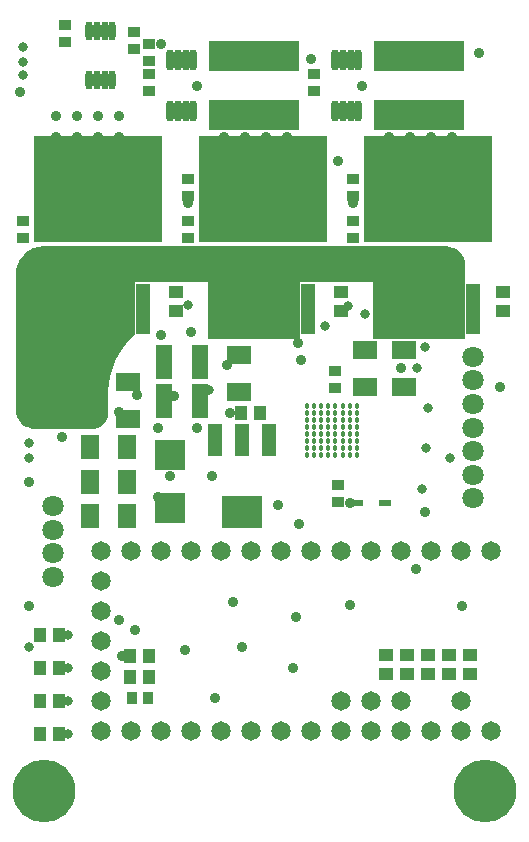
<source format=gbs>
G04 Layer_Color=16711935*
%FSAX24Y24*%
%MOIN*%
G70*
G01*
G75*
%ADD59R,0.0434X0.0356*%
%ADD60R,0.0474X0.0434*%
%ADD62R,0.0434X0.0474*%
%ADD71R,0.0453X0.1674*%
%ADD72R,0.4253X0.3545*%
%ADD75C,0.0650*%
%ADD76C,0.0710*%
%ADD77C,0.2090*%
%ADD78C,0.0360*%
%ADD79C,0.0320*%
%ADD80C,0.0180*%
%ADD81O,0.0257X0.0631*%
%ADD82R,0.0415X0.0237*%
%ADD83R,0.0356X0.0434*%
%ADD84R,0.0533X0.1143*%
%ADD85R,0.0828X0.0612*%
%ADD86R,0.1379X0.1064*%
%ADD87R,0.0474X0.1064*%
%ADD88R,0.0986X0.0986*%
%ADD89R,0.2986X0.1041*%
%ADD90O,0.0257X0.0710*%
%ADD91R,0.0612X0.0828*%
G36*
X052900Y033140D02*
X066300Y033140D01*
X066300Y033140D01*
X066329D01*
X066331Y033140D01*
X066333Y033140D01*
X066422Y033131D01*
X066423Y033131D01*
X066424Y033131D01*
X066425Y033131D01*
X066427Y033130D01*
X066428Y033130D01*
X066429Y033130D01*
X066542Y033095D01*
X066544Y033095D01*
X066545Y033095D01*
X066546Y033094D01*
X066547Y033094D01*
X066548Y033093D01*
X066550Y033092D01*
X066654Y033037D01*
X066655Y033036D01*
X066656Y033035D01*
X066657Y033035D01*
X066658Y033034D01*
X066659Y033033D01*
X066660Y033032D01*
X066752Y032957D01*
X066753Y032956D01*
X066754Y032956D01*
X066755Y032955D01*
X066756Y032954D01*
X066756Y032953D01*
X066757Y032952D01*
X066832Y032860D01*
X066833Y032859D01*
X066834Y032858D01*
X066835Y032857D01*
X066835Y032856D01*
X066836Y032855D01*
X066837Y032854D01*
X066892Y032750D01*
X066893Y032748D01*
X066894Y032747D01*
X066894Y032746D01*
X066895Y032745D01*
X066895Y032744D01*
X066895Y032742D01*
X066930Y032629D01*
X066930Y032628D01*
X066930Y032627D01*
X066931Y032625D01*
X066931Y032624D01*
X066931Y032623D01*
X066931Y032622D01*
X066940Y032533D01*
X066940Y032531D01*
X066940Y032529D01*
Y032500D01*
X066940Y030100D01*
X066940Y030095D01*
X066939Y030090D01*
X066937Y030085D01*
X066935Y030080D01*
X066932Y030076D01*
X066928Y030072D01*
X066924Y030068D01*
X066920Y030065D01*
X066915Y030063D01*
X066910Y030061D01*
X066905Y030060D01*
X066900Y030060D01*
X063900D01*
X063895Y030060D01*
X063890Y030061D01*
X063885Y030063D01*
X063880Y030065D01*
X063876Y030068D01*
X063872Y030072D01*
X063868Y030076D01*
X063865Y030080D01*
X063863Y030085D01*
X063861Y030090D01*
X063860Y030095D01*
X063860Y030100D01*
Y031960D01*
X061440D01*
Y030100D01*
X061440Y030095D01*
X061439Y030090D01*
X061437Y030085D01*
X061435Y030080D01*
X061432Y030076D01*
X061428Y030072D01*
X061424Y030068D01*
X061420Y030065D01*
X061415Y030063D01*
X061410Y030061D01*
X061405Y030060D01*
X061400Y030060D01*
X058400D01*
X058395Y030060D01*
X058390Y030061D01*
X058385Y030063D01*
X058380Y030065D01*
X058376Y030068D01*
X058372Y030072D01*
X058368Y030076D01*
X058365Y030080D01*
X058363Y030085D01*
X058361Y030090D01*
X058360Y030095D01*
X058360Y030100D01*
Y031960D01*
X055940D01*
X055940Y030229D01*
Y030229D01*
X055940Y030228D01*
X055940Y030227D01*
X055940Y030225D01*
X055940Y030224D01*
X055940Y030223D01*
X055939Y030222D01*
X055939Y030220D01*
X055939Y030218D01*
X055938Y030218D01*
X055938Y030217D01*
X055938Y030215D01*
X055937Y030213D01*
X055937Y030213D01*
X055936Y030212D01*
X055936Y030210D01*
X055935Y030209D01*
X055934Y030208D01*
X055934Y030207D01*
X055933Y030206D01*
X055932Y030204D01*
X055931Y030204D01*
X055931Y030203D01*
X055930Y030202D01*
X055928Y030200D01*
X055928Y030200D01*
X055927Y030199D01*
X055851Y030129D01*
X055642Y029898D01*
X055462Y029644D01*
X055311Y029371D01*
X055191Y029083D01*
X055105Y028784D01*
X055042Y028346D01*
X055040Y028200D01*
X055040Y027600D01*
X055040Y027600D01*
Y027567D01*
X055040Y027562D01*
X055027Y027464D01*
Y027464D01*
X055026Y027459D01*
X055024Y027454D01*
X054974Y027332D01*
X054971Y027328D01*
X054969Y027323D01*
X054888Y027219D01*
X054885Y027215D01*
X054881Y027212D01*
X054777Y027131D01*
X054775Y027131D01*
X054774Y027130D01*
X054773Y027129D01*
X054772Y027129D01*
X054771Y027128D01*
X054770Y027127D01*
X054769Y027127D01*
X054767Y027126D01*
X054766Y027126D01*
X054765Y027125D01*
X054579Y027062D01*
X054577Y027062D01*
X054576Y027061D01*
X054575Y027061D01*
X054574Y027061D01*
X054572Y027061D01*
X054571Y027060D01*
X054570Y027060D01*
X054568Y027060D01*
X054567D01*
X054566Y027060D01*
X054500Y027060D01*
D01*
X054500D01*
X052600D01*
X052600Y027060D01*
X052571Y027060D01*
X052569Y027060D01*
X052567Y027060D01*
X052478Y027069D01*
X052477Y027069D01*
X052476Y027069D01*
X052475Y027069D01*
X052473Y027070D01*
X052472Y027070D01*
X052471Y027070D01*
X052358Y027105D01*
X052356Y027105D01*
X052355Y027105D01*
X052354Y027106D01*
X052353Y027106D01*
X052352Y027107D01*
X052350Y027108D01*
X052246Y027163D01*
X052245Y027164D01*
X052244Y027165D01*
X052243Y027165D01*
X052242Y027166D01*
X052241Y027167D01*
X052240Y027168D01*
X052148Y027243D01*
X052147Y027244D01*
X052146Y027244D01*
X052145Y027245D01*
X052144Y027246D01*
X052144Y027247D01*
X052143Y027248D01*
X052068Y027340D01*
X052067Y027341D01*
X052066Y027342D01*
X052065Y027343D01*
X052065Y027344D01*
X052064Y027345D01*
X052063Y027346D01*
X052008Y027450D01*
X052007Y027452D01*
X052006Y027453D01*
X052006Y027454D01*
X052005Y027455D01*
X052005Y027456D01*
X052005Y027458D01*
X051970Y027571D01*
X051970Y027572D01*
X051970Y027573D01*
X051969Y027575D01*
X051969Y027576D01*
X051969Y027577D01*
X051969Y027578D01*
X051960Y027667D01*
X051960Y027669D01*
X051960Y027671D01*
X051960Y027700D01*
D01*
X051960Y032200D01*
X051960Y032244D01*
X051960Y032246D01*
X051960Y032248D01*
X051973Y032380D01*
X051973Y032382D01*
X051973Y032383D01*
X051974Y032384D01*
X051974Y032386D01*
X051974Y032387D01*
X051975Y032388D01*
X052026Y032558D01*
X052027Y032559D01*
X052027Y032560D01*
X052028Y032561D01*
X052028Y032563D01*
X052029Y032564D01*
X052029Y032565D01*
X052113Y032721D01*
X052113Y032722D01*
X052114Y032724D01*
X052115Y032725D01*
X052115Y032726D01*
X052116Y032727D01*
X052117Y032728D01*
X052230Y032865D01*
X052230Y032866D01*
X052231Y032867D01*
X052232Y032868D01*
X052233Y032869D01*
X052234Y032870D01*
X052235Y032870D01*
X052372Y032983D01*
X052373Y032984D01*
X052374Y032985D01*
X052375Y032985D01*
X052376Y032986D01*
X052378Y032987D01*
X052379Y032987D01*
X052535Y033071D01*
X052536Y033071D01*
X052537Y033072D01*
X052539Y033072D01*
X052540Y033073D01*
X052541Y033073D01*
X052542Y033074D01*
X052712Y033125D01*
X052713Y033126D01*
X052714Y033126D01*
X052716Y033126D01*
X052717Y033127D01*
X052718Y033127D01*
X052720Y033127D01*
X052852Y033140D01*
X052854Y033140D01*
X052856Y033140D01*
X052900Y033140D01*
D02*
G37*
D59*
X053600Y040504D02*
D03*
Y039953D02*
D03*
X055900Y039724D02*
D03*
Y040276D02*
D03*
X056400Y039876D02*
D03*
Y039324D02*
D03*
X062700Y024624D02*
D03*
Y025176D02*
D03*
X056400Y038324D02*
D03*
Y038876D02*
D03*
X061900Y038324D02*
D03*
Y038876D02*
D03*
X063200Y033976D02*
D03*
Y033424D02*
D03*
X063200Y034824D02*
D03*
Y035376D02*
D03*
X057700Y033976D02*
D03*
Y033424D02*
D03*
X057700Y034824D02*
D03*
Y035376D02*
D03*
X052200Y033976D02*
D03*
Y033424D02*
D03*
X062600Y028424D02*
D03*
Y028976D02*
D03*
D60*
X068200Y030985D02*
D03*
Y031615D02*
D03*
X057300Y030985D02*
D03*
Y031615D02*
D03*
X062800Y030985D02*
D03*
Y031615D02*
D03*
X064300Y019515D02*
D03*
Y018885D02*
D03*
X065000Y019515D02*
D03*
Y018885D02*
D03*
X065700Y019515D02*
D03*
Y018885D02*
D03*
X066400Y019515D02*
D03*
Y018885D02*
D03*
X067100Y019515D02*
D03*
Y018885D02*
D03*
D62*
X052785Y020200D02*
D03*
X053415D02*
D03*
X052785Y019100D02*
D03*
X053415D02*
D03*
X052785Y018000D02*
D03*
X053415D02*
D03*
X052785Y016900D02*
D03*
X053415D02*
D03*
X055785Y019500D02*
D03*
X056415D02*
D03*
X056415Y018800D02*
D03*
X055785D02*
D03*
X059477Y027600D02*
D03*
X060107D02*
D03*
D71*
X061700Y031039D02*
D03*
X061200D02*
D03*
X060700D02*
D03*
X059700D02*
D03*
X059200D02*
D03*
X058700D02*
D03*
X064200D02*
D03*
X064700D02*
D03*
X065200D02*
D03*
X066200D02*
D03*
X066700D02*
D03*
X067200D02*
D03*
X053200D02*
D03*
X053700D02*
D03*
X054200D02*
D03*
X055200D02*
D03*
X055700D02*
D03*
X056200D02*
D03*
D72*
X060200Y035055D02*
D03*
X065700D02*
D03*
X054700D02*
D03*
D75*
X062800Y018000D02*
D03*
X063800D02*
D03*
X064800D02*
D03*
X066800D02*
D03*
X067800Y017000D02*
D03*
X066800D02*
D03*
X065800D02*
D03*
X064800D02*
D03*
X063800D02*
D03*
X062800D02*
D03*
X061800D02*
D03*
X060800D02*
D03*
X059800D02*
D03*
X058800D02*
D03*
X057800D02*
D03*
X056800D02*
D03*
X055800D02*
D03*
X054800D02*
D03*
Y018000D02*
D03*
Y019000D02*
D03*
Y020000D02*
D03*
Y021000D02*
D03*
Y022000D02*
D03*
Y023000D02*
D03*
X055800D02*
D03*
X056800D02*
D03*
X057800D02*
D03*
X058800D02*
D03*
X059800D02*
D03*
X060800D02*
D03*
X061800D02*
D03*
X062800D02*
D03*
X063800D02*
D03*
X064800D02*
D03*
X065800D02*
D03*
X066800D02*
D03*
X067800D02*
D03*
D76*
X053200Y024484D02*
D03*
Y023694D02*
D03*
Y022906D02*
D03*
Y022119D02*
D03*
X067200Y024738D02*
D03*
Y026307D02*
D03*
Y027097D02*
D03*
Y027887D02*
D03*
Y028675D02*
D03*
Y029462D02*
D03*
Y025525D02*
D03*
D77*
X067600Y015000D02*
D03*
X052900D02*
D03*
D78*
X059200Y021300D02*
D03*
X052100Y038300D02*
D03*
X052400Y025300D02*
D03*
X053300Y037500D02*
D03*
Y036800D02*
D03*
X056800Y039900D02*
D03*
X058600Y018100D02*
D03*
X057600Y019700D02*
D03*
X055941Y020341D02*
D03*
X055400Y020700D02*
D03*
X055500Y019500D02*
D03*
X059500Y019800D02*
D03*
X053500Y026800D02*
D03*
X067400Y039600D02*
D03*
X059600Y030700D02*
D03*
X055400Y037500D02*
D03*
X061800Y039400D02*
D03*
X061477Y029343D02*
D03*
X063500Y038500D02*
D03*
X062700Y036000D02*
D03*
X058000Y038500D02*
D03*
X064400Y037500D02*
D03*
X065100D02*
D03*
X065800D02*
D03*
X066500D02*
D03*
X054000D02*
D03*
X054700D02*
D03*
X064400Y039500D02*
D03*
X065100D02*
D03*
X065800D02*
D03*
X066500D02*
D03*
X060300D02*
D03*
X059600D02*
D03*
X061200Y019100D02*
D03*
X063100Y021200D02*
D03*
X065300Y022400D02*
D03*
X061000Y037500D02*
D03*
X060300D02*
D03*
X059600D02*
D03*
X058900D02*
D03*
X068100Y028450D02*
D03*
X061356Y029923D02*
D03*
X065600Y024300D02*
D03*
X052400Y021150D02*
D03*
X066850D02*
D03*
X058900Y039500D02*
D03*
X061000D02*
D03*
X058500Y025500D02*
D03*
X059100Y027600D02*
D03*
X056700Y024800D02*
D03*
X061400Y023900D02*
D03*
X056700Y027100D02*
D03*
X056000Y028200D02*
D03*
X057800Y030300D02*
D03*
X056800Y030200D02*
D03*
X059000Y029200D02*
D03*
X055391Y027609D02*
D03*
X057100Y025500D02*
D03*
X058000Y027100D02*
D03*
X057251Y028149D02*
D03*
X063200Y034600D02*
D03*
X057700D02*
D03*
X054000Y036800D02*
D03*
X054700D02*
D03*
X055400D02*
D03*
X058900D02*
D03*
X059600D02*
D03*
X060300D02*
D03*
X061000D02*
D03*
X064400D02*
D03*
X065100D02*
D03*
X065800D02*
D03*
X066500D02*
D03*
X060700Y024525D02*
D03*
X063100Y024600D02*
D03*
X063850Y029700D02*
D03*
X064800Y029100D02*
D03*
X061300Y020800D02*
D03*
D79*
X052200Y039800D02*
D03*
Y038841D02*
D03*
Y039300D02*
D03*
X052400Y026600D02*
D03*
Y026075D02*
D03*
X063600Y030900D02*
D03*
X065600Y029800D02*
D03*
X062280Y030480D02*
D03*
X063050Y031150D02*
D03*
X053691Y016900D02*
D03*
Y018000D02*
D03*
Y019100D02*
D03*
X057700Y031200D02*
D03*
X065500Y025050D02*
D03*
X065628Y026422D02*
D03*
X053691Y020200D02*
D03*
X066450Y026100D02*
D03*
X065700Y027750D02*
D03*
X052400Y019800D02*
D03*
X058400Y028340D02*
D03*
X065350Y029100D02*
D03*
D80*
X061673Y027827D02*
D03*
X061909D02*
D03*
X062146D02*
D03*
X062382D02*
D03*
X062618D02*
D03*
X062854D02*
D03*
X063091D02*
D03*
X063327D02*
D03*
Y027591D02*
D03*
X063091D02*
D03*
X062854D02*
D03*
X062618D02*
D03*
X062382D02*
D03*
X062146D02*
D03*
X061909D02*
D03*
X061673D02*
D03*
X063327Y027354D02*
D03*
X063091D02*
D03*
X062854D02*
D03*
X062618D02*
D03*
X062382D02*
D03*
X062146D02*
D03*
X061909D02*
D03*
X061673D02*
D03*
X063327Y027118D02*
D03*
X063091D02*
D03*
X062854D02*
D03*
X062618D02*
D03*
X062382D02*
D03*
X062146D02*
D03*
X061909D02*
D03*
X061673D02*
D03*
X063327Y026882D02*
D03*
X063091D02*
D03*
X062854D02*
D03*
X062618D02*
D03*
X062382D02*
D03*
X062146D02*
D03*
X061909D02*
D03*
X061673D02*
D03*
X063327Y026646D02*
D03*
X063091D02*
D03*
X062854D02*
D03*
X062618D02*
D03*
X062382D02*
D03*
X062146D02*
D03*
X061909D02*
D03*
X061673D02*
D03*
X063327Y026409D02*
D03*
X063091D02*
D03*
X062854D02*
D03*
X062618D02*
D03*
X062382D02*
D03*
X062146D02*
D03*
X061909D02*
D03*
X061673D02*
D03*
X063327Y026173D02*
D03*
X063091D02*
D03*
X062854D02*
D03*
X062618D02*
D03*
X062382D02*
D03*
X062146D02*
D03*
X061909D02*
D03*
X061673D02*
D03*
D81*
X055184Y038693D02*
D03*
X054928D02*
D03*
X054672D02*
D03*
X054416D02*
D03*
X055184Y040307D02*
D03*
X054928D02*
D03*
X054672D02*
D03*
X054416D02*
D03*
D82*
X064263Y024600D02*
D03*
X063337D02*
D03*
D83*
X055824Y018100D02*
D03*
X056376D02*
D03*
D84*
X056909Y029300D02*
D03*
X058091D02*
D03*
X056909Y028000D02*
D03*
X058091D02*
D03*
D85*
X059400Y028270D02*
D03*
Y029530D02*
D03*
X063600Y029700D02*
D03*
Y028440D02*
D03*
X064900Y029700D02*
D03*
Y028440D02*
D03*
X055700Y028630D02*
D03*
Y027370D02*
D03*
D86*
X059500Y024299D02*
D03*
D87*
X060406Y026701D02*
D03*
X059500D02*
D03*
X058594D02*
D03*
D88*
X057100Y024414D02*
D03*
Y026186D02*
D03*
D89*
X065400Y039476D02*
D03*
Y037524D02*
D03*
X059900Y039476D02*
D03*
Y037524D02*
D03*
D90*
X057884Y037654D02*
D03*
X057628D02*
D03*
X057372D02*
D03*
X057116D02*
D03*
X057884Y039346D02*
D03*
X057628D02*
D03*
X057372D02*
D03*
X057116D02*
D03*
X063384Y037654D02*
D03*
X063128D02*
D03*
X062872D02*
D03*
X062616D02*
D03*
X063384Y039346D02*
D03*
X063128D02*
D03*
X062872D02*
D03*
X062616D02*
D03*
D91*
X054420Y024150D02*
D03*
X055680D02*
D03*
X054420Y026450D02*
D03*
X055680D02*
D03*
X054420Y025300D02*
D03*
X055680D02*
D03*
M02*

</source>
